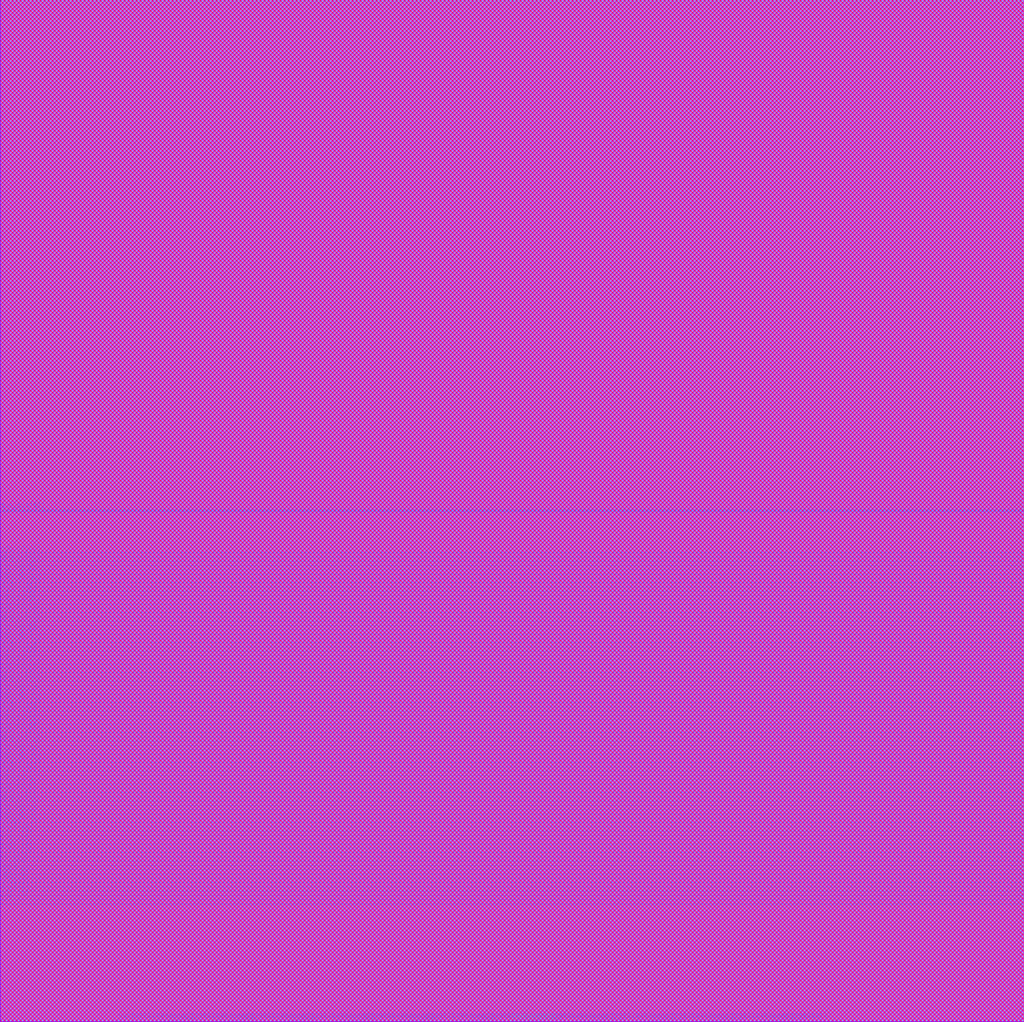
<source format=lef>
##
## LEF for PtnCells ;
## created by Innovus v15.23-s045_1 on Sat Mar 15 20:44:18 2025
##

VERSION 5.8 ;

BUSBITCHARS "[]" ;
DIVIDERCHAR "/" ;

MACRO core
  CLASS BLOCK ;
  SIZE 477.8000 BY 477.2000 ;
  FOREIGN core 0.0000 0.0000 ;
  ORIGIN 0 0 ;
  SYMMETRY X Y R90 ;
  PIN clk
    DIRECTION INPUT ;
    USE SIGNAL ;
    PORT
      LAYER M3 ;
        RECT 0.0000 54.9500 0.6000 55.0500 ;
    END
  END clk
  PIN sum_out[23]
    DIRECTION OUTPUT ;
    USE SIGNAL ;
    PORT
      LAYER M2 ;
        RECT 238.8500 476.6800 238.9500 477.2000 ;
    END
  END sum_out[23]
  PIN sum_out[22]
    DIRECTION OUTPUT ;
    USE SIGNAL ;
    PORT
      LAYER M4 ;
        RECT 238.8500 476.6800 238.9500 477.2000 ;
    END
  END sum_out[22]
  PIN sum_out[21]
    DIRECTION OUTPUT ;
    USE SIGNAL ;
    PORT
      LAYER M4 ;
        RECT 238.8500 0.0000 238.9500 0.5200 ;
    END
  END sum_out[21]
  PIN sum_out[20]
    DIRECTION OUTPUT ;
    USE SIGNAL ;
    PORT
      LAYER M2 ;
        RECT 238.6500 0.0000 238.7500 0.5200 ;
    END
  END sum_out[20]
  PIN sum_out[19]
    DIRECTION OUTPUT ;
    USE SIGNAL ;
    PORT
      LAYER M3 ;
        RECT 0.0000 238.5500 0.5200 238.6500 ;
    END
  END sum_out[19]
  PIN sum_out[18]
    DIRECTION OUTPUT ;
    USE SIGNAL ;
    PORT
      LAYER M3 ;
        RECT 477.2800 238.5500 477.8000 238.6500 ;
    END
  END sum_out[18]
  PIN sum_out[17]
    DIRECTION OUTPUT ;
    USE SIGNAL ;
    PORT
      LAYER M2 ;
        RECT 238.4500 476.6800 238.5500 477.2000 ;
    END
  END sum_out[17]
  PIN sum_out[16]
    DIRECTION OUTPUT ;
    USE SIGNAL ;
    PORT
      LAYER M2 ;
        RECT 239.2500 476.6800 239.3500 477.2000 ;
    END
  END sum_out[16]
  PIN sum_out[15]
    DIRECTION OUTPUT ;
    USE SIGNAL ;
    PORT
      LAYER M4 ;
        RECT 238.4500 476.6800 238.5500 477.2000 ;
    END
  END sum_out[15]
  PIN sum_out[14]
    DIRECTION OUTPUT ;
    USE SIGNAL ;
    PORT
      LAYER M4 ;
        RECT 239.2500 476.6800 239.3500 477.2000 ;
    END
  END sum_out[14]
  PIN sum_out[13]
    DIRECTION OUTPUT ;
    USE SIGNAL ;
    PORT
      LAYER M4 ;
        RECT 238.4500 0.0000 238.5500 0.5200 ;
    END
  END sum_out[13]
  PIN sum_out[12]
    DIRECTION OUTPUT ;
    USE SIGNAL ;
    PORT
      LAYER M4 ;
        RECT 239.2500 0.0000 239.3500 0.5200 ;
    END
  END sum_out[12]
  PIN sum_out[11]
    DIRECTION OUTPUT ;
    USE SIGNAL ;
    PORT
      LAYER M2 ;
        RECT 238.2500 0.0000 238.3500 0.5200 ;
    END
  END sum_out[11]
  PIN sum_out[10]
    DIRECTION OUTPUT ;
    USE SIGNAL ;
    PORT
      LAYER M2 ;
        RECT 239.4500 0.0000 239.5500 0.5200 ;
    END
  END sum_out[10]
  PIN sum_out[9]
    DIRECTION OUTPUT ;
    USE SIGNAL ;
    PORT
      LAYER M3 ;
        RECT 0.0000 238.1500 0.5200 238.2500 ;
    END
  END sum_out[9]
  PIN sum_out[8]
    DIRECTION OUTPUT ;
    USE SIGNAL ;
    PORT
      LAYER M3 ;
        RECT 0.0000 238.9500 0.5200 239.0500 ;
    END
  END sum_out[8]
  PIN sum_out[7]
    DIRECTION OUTPUT ;
    USE SIGNAL ;
    PORT
      LAYER M3 ;
        RECT 477.2800 238.1500 477.8000 238.2500 ;
    END
  END sum_out[7]
  PIN sum_out[6]
    DIRECTION OUTPUT ;
    USE SIGNAL ;
    PORT
      LAYER M3 ;
        RECT 477.2800 238.9500 477.8000 239.0500 ;
    END
  END sum_out[6]
  PIN sum_out[5]
    DIRECTION OUTPUT ;
    USE SIGNAL ;
    PORT
      LAYER M2 ;
        RECT 238.0500 476.6800 238.1500 477.2000 ;
    END
  END sum_out[5]
  PIN sum_out[4]
    DIRECTION OUTPUT ;
    USE SIGNAL ;
    PORT
      LAYER M2 ;
        RECT 239.6500 476.6800 239.7500 477.2000 ;
    END
  END sum_out[4]
  PIN sum_out[3]
    DIRECTION OUTPUT ;
    USE SIGNAL ;
    PORT
      LAYER M4 ;
        RECT 238.0500 476.6800 238.1500 477.2000 ;
    END
  END sum_out[3]
  PIN sum_out[2]
    DIRECTION OUTPUT ;
    USE SIGNAL ;
    PORT
      LAYER M4 ;
        RECT 239.6500 476.6800 239.7500 477.2000 ;
    END
  END sum_out[2]
  PIN sum_out[1]
    DIRECTION OUTPUT ;
    USE SIGNAL ;
    PORT
      LAYER M4 ;
        RECT 238.0500 0.0000 238.1500 0.5200 ;
    END
  END sum_out[1]
  PIN sum_out[0]
    DIRECTION OUTPUT ;
    USE SIGNAL ;
    PORT
      LAYER M4 ;
        RECT 239.6500 0.0000 239.7500 0.5200 ;
    END
  END sum_out[0]
  PIN mem_in[63]
    DIRECTION INPUT ;
    USE SIGNAL ;
    PORT
      LAYER M3 ;
        RECT 0.0000 218.9500 0.6000 219.0500 ;
    END
  END mem_in[63]
  PIN mem_in[62]
    DIRECTION INPUT ;
    USE SIGNAL ;
    PORT
      LAYER M3 ;
        RECT 0.0000 216.9500 0.6000 217.0500 ;
    END
  END mem_in[62]
  PIN mem_in[61]
    DIRECTION INPUT ;
    USE SIGNAL ;
    PORT
      LAYER M3 ;
        RECT 0.0000 214.9500 0.6000 215.0500 ;
    END
  END mem_in[61]
  PIN mem_in[60]
    DIRECTION INPUT ;
    USE SIGNAL ;
    PORT
      LAYER M3 ;
        RECT 0.0000 212.9500 0.6000 213.0500 ;
    END
  END mem_in[60]
  PIN mem_in[59]
    DIRECTION INPUT ;
    USE SIGNAL ;
    PORT
      LAYER M3 ;
        RECT 0.0000 210.9500 0.6000 211.0500 ;
    END
  END mem_in[59]
  PIN mem_in[58]
    DIRECTION INPUT ;
    USE SIGNAL ;
    PORT
      LAYER M3 ;
        RECT 0.0000 208.9500 0.6000 209.0500 ;
    END
  END mem_in[58]
  PIN mem_in[57]
    DIRECTION INPUT ;
    USE SIGNAL ;
    PORT
      LAYER M3 ;
        RECT 0.0000 206.9500 0.6000 207.0500 ;
    END
  END mem_in[57]
  PIN mem_in[56]
    DIRECTION INPUT ;
    USE SIGNAL ;
    PORT
      LAYER M3 ;
        RECT 0.0000 204.9500 0.6000 205.0500 ;
    END
  END mem_in[56]
  PIN mem_in[55]
    DIRECTION INPUT ;
    USE SIGNAL ;
    PORT
      LAYER M3 ;
        RECT 0.0000 202.9500 0.6000 203.0500 ;
    END
  END mem_in[55]
  PIN mem_in[54]
    DIRECTION INPUT ;
    USE SIGNAL ;
    PORT
      LAYER M3 ;
        RECT 0.0000 200.9500 0.6000 201.0500 ;
    END
  END mem_in[54]
  PIN mem_in[53]
    DIRECTION INPUT ;
    USE SIGNAL ;
    PORT
      LAYER M3 ;
        RECT 0.0000 198.9500 0.6000 199.0500 ;
    END
  END mem_in[53]
  PIN mem_in[52]
    DIRECTION INPUT ;
    USE SIGNAL ;
    PORT
      LAYER M3 ;
        RECT 0.0000 196.9500 0.6000 197.0500 ;
    END
  END mem_in[52]
  PIN mem_in[51]
    DIRECTION INPUT ;
    USE SIGNAL ;
    PORT
      LAYER M3 ;
        RECT 0.0000 194.9500 0.6000 195.0500 ;
    END
  END mem_in[51]
  PIN mem_in[50]
    DIRECTION INPUT ;
    USE SIGNAL ;
    PORT
      LAYER M3 ;
        RECT 0.0000 192.9500 0.6000 193.0500 ;
    END
  END mem_in[50]
  PIN mem_in[49]
    DIRECTION INPUT ;
    USE SIGNAL ;
    PORT
      LAYER M3 ;
        RECT 0.0000 190.9500 0.6000 191.0500 ;
    END
  END mem_in[49]
  PIN mem_in[48]
    DIRECTION INPUT ;
    USE SIGNAL ;
    PORT
      LAYER M3 ;
        RECT 0.0000 188.9500 0.6000 189.0500 ;
    END
  END mem_in[48]
  PIN mem_in[47]
    DIRECTION INPUT ;
    USE SIGNAL ;
    PORT
      LAYER M3 ;
        RECT 0.0000 186.9500 0.6000 187.0500 ;
    END
  END mem_in[47]
  PIN mem_in[46]
    DIRECTION INPUT ;
    USE SIGNAL ;
    PORT
      LAYER M3 ;
        RECT 0.0000 184.9500 0.6000 185.0500 ;
    END
  END mem_in[46]
  PIN mem_in[45]
    DIRECTION INPUT ;
    USE SIGNAL ;
    PORT
      LAYER M3 ;
        RECT 0.0000 182.9500 0.6000 183.0500 ;
    END
  END mem_in[45]
  PIN mem_in[44]
    DIRECTION INPUT ;
    USE SIGNAL ;
    PORT
      LAYER M3 ;
        RECT 0.0000 180.9500 0.6000 181.0500 ;
    END
  END mem_in[44]
  PIN mem_in[43]
    DIRECTION INPUT ;
    USE SIGNAL ;
    PORT
      LAYER M3 ;
        RECT 0.0000 178.9500 0.6000 179.0500 ;
    END
  END mem_in[43]
  PIN mem_in[42]
    DIRECTION INPUT ;
    USE SIGNAL ;
    PORT
      LAYER M3 ;
        RECT 0.0000 176.9500 0.6000 177.0500 ;
    END
  END mem_in[42]
  PIN mem_in[41]
    DIRECTION INPUT ;
    USE SIGNAL ;
    PORT
      LAYER M3 ;
        RECT 0.0000 174.9500 0.6000 175.0500 ;
    END
  END mem_in[41]
  PIN mem_in[40]
    DIRECTION INPUT ;
    USE SIGNAL ;
    PORT
      LAYER M3 ;
        RECT 0.0000 172.9500 0.6000 173.0500 ;
    END
  END mem_in[40]
  PIN mem_in[39]
    DIRECTION INPUT ;
    USE SIGNAL ;
    PORT
      LAYER M3 ;
        RECT 0.0000 170.9500 0.6000 171.0500 ;
    END
  END mem_in[39]
  PIN mem_in[38]
    DIRECTION INPUT ;
    USE SIGNAL ;
    PORT
      LAYER M3 ;
        RECT 0.0000 168.9500 0.6000 169.0500 ;
    END
  END mem_in[38]
  PIN mem_in[37]
    DIRECTION INPUT ;
    USE SIGNAL ;
    PORT
      LAYER M3 ;
        RECT 0.0000 166.9500 0.6000 167.0500 ;
    END
  END mem_in[37]
  PIN mem_in[36]
    DIRECTION INPUT ;
    USE SIGNAL ;
    PORT
      LAYER M3 ;
        RECT 0.0000 164.9500 0.6000 165.0500 ;
    END
  END mem_in[36]
  PIN mem_in[35]
    DIRECTION INPUT ;
    USE SIGNAL ;
    PORT
      LAYER M3 ;
        RECT 0.0000 162.9500 0.6000 163.0500 ;
    END
  END mem_in[35]
  PIN mem_in[34]
    DIRECTION INPUT ;
    USE SIGNAL ;
    PORT
      LAYER M3 ;
        RECT 0.0000 160.9500 0.6000 161.0500 ;
    END
  END mem_in[34]
  PIN mem_in[33]
    DIRECTION INPUT ;
    USE SIGNAL ;
    PORT
      LAYER M3 ;
        RECT 0.0000 158.9500 0.6000 159.0500 ;
    END
  END mem_in[33]
  PIN mem_in[32]
    DIRECTION INPUT ;
    USE SIGNAL ;
    PORT
      LAYER M3 ;
        RECT 0.0000 156.9500 0.6000 157.0500 ;
    END
  END mem_in[32]
  PIN mem_in[31]
    DIRECTION INPUT ;
    USE SIGNAL ;
    PORT
      LAYER M3 ;
        RECT 0.0000 154.9500 0.6000 155.0500 ;
    END
  END mem_in[31]
  PIN mem_in[30]
    DIRECTION INPUT ;
    USE SIGNAL ;
    PORT
      LAYER M3 ;
        RECT 0.0000 152.9500 0.6000 153.0500 ;
    END
  END mem_in[30]
  PIN mem_in[29]
    DIRECTION INPUT ;
    USE SIGNAL ;
    PORT
      LAYER M3 ;
        RECT 0.0000 150.9500 0.6000 151.0500 ;
    END
  END mem_in[29]
  PIN mem_in[28]
    DIRECTION INPUT ;
    USE SIGNAL ;
    PORT
      LAYER M3 ;
        RECT 0.0000 148.9500 0.6000 149.0500 ;
    END
  END mem_in[28]
  PIN mem_in[27]
    DIRECTION INPUT ;
    USE SIGNAL ;
    PORT
      LAYER M3 ;
        RECT 0.0000 146.9500 0.6000 147.0500 ;
    END
  END mem_in[27]
  PIN mem_in[26]
    DIRECTION INPUT ;
    USE SIGNAL ;
    PORT
      LAYER M3 ;
        RECT 0.0000 144.9500 0.6000 145.0500 ;
    END
  END mem_in[26]
  PIN mem_in[25]
    DIRECTION INPUT ;
    USE SIGNAL ;
    PORT
      LAYER M3 ;
        RECT 0.0000 142.9500 0.6000 143.0500 ;
    END
  END mem_in[25]
  PIN mem_in[24]
    DIRECTION INPUT ;
    USE SIGNAL ;
    PORT
      LAYER M3 ;
        RECT 0.0000 140.9500 0.6000 141.0500 ;
    END
  END mem_in[24]
  PIN mem_in[23]
    DIRECTION INPUT ;
    USE SIGNAL ;
    PORT
      LAYER M3 ;
        RECT 0.0000 138.9500 0.6000 139.0500 ;
    END
  END mem_in[23]
  PIN mem_in[22]
    DIRECTION INPUT ;
    USE SIGNAL ;
    PORT
      LAYER M3 ;
        RECT 0.0000 136.9500 0.6000 137.0500 ;
    END
  END mem_in[22]
  PIN mem_in[21]
    DIRECTION INPUT ;
    USE SIGNAL ;
    PORT
      LAYER M3 ;
        RECT 0.0000 134.9500 0.6000 135.0500 ;
    END
  END mem_in[21]
  PIN mem_in[20]
    DIRECTION INPUT ;
    USE SIGNAL ;
    PORT
      LAYER M3 ;
        RECT 0.0000 132.9500 0.6000 133.0500 ;
    END
  END mem_in[20]
  PIN mem_in[19]
    DIRECTION INPUT ;
    USE SIGNAL ;
    PORT
      LAYER M3 ;
        RECT 0.0000 130.9500 0.6000 131.0500 ;
    END
  END mem_in[19]
  PIN mem_in[18]
    DIRECTION INPUT ;
    USE SIGNAL ;
    PORT
      LAYER M3 ;
        RECT 0.0000 128.9500 0.6000 129.0500 ;
    END
  END mem_in[18]
  PIN mem_in[17]
    DIRECTION INPUT ;
    USE SIGNAL ;
    PORT
      LAYER M3 ;
        RECT 0.0000 126.9500 0.6000 127.0500 ;
    END
  END mem_in[17]
  PIN mem_in[16]
    DIRECTION INPUT ;
    USE SIGNAL ;
    PORT
      LAYER M3 ;
        RECT 0.0000 124.9500 0.6000 125.0500 ;
    END
  END mem_in[16]
  PIN mem_in[15]
    DIRECTION INPUT ;
    USE SIGNAL ;
    PORT
      LAYER M3 ;
        RECT 0.0000 122.9500 0.6000 123.0500 ;
    END
  END mem_in[15]
  PIN mem_in[14]
    DIRECTION INPUT ;
    USE SIGNAL ;
    PORT
      LAYER M3 ;
        RECT 0.0000 120.9500 0.6000 121.0500 ;
    END
  END mem_in[14]
  PIN mem_in[13]
    DIRECTION INPUT ;
    USE SIGNAL ;
    PORT
      LAYER M3 ;
        RECT 0.0000 118.9500 0.6000 119.0500 ;
    END
  END mem_in[13]
  PIN mem_in[12]
    DIRECTION INPUT ;
    USE SIGNAL ;
    PORT
      LAYER M3 ;
        RECT 0.0000 116.9500 0.6000 117.0500 ;
    END
  END mem_in[12]
  PIN mem_in[11]
    DIRECTION INPUT ;
    USE SIGNAL ;
    PORT
      LAYER M3 ;
        RECT 0.0000 114.9500 0.6000 115.0500 ;
    END
  END mem_in[11]
  PIN mem_in[10]
    DIRECTION INPUT ;
    USE SIGNAL ;
    PORT
      LAYER M3 ;
        RECT 0.0000 112.9500 0.6000 113.0500 ;
    END
  END mem_in[10]
  PIN mem_in[9]
    DIRECTION INPUT ;
    USE SIGNAL ;
    PORT
      LAYER M3 ;
        RECT 0.0000 110.9500 0.6000 111.0500 ;
    END
  END mem_in[9]
  PIN mem_in[8]
    DIRECTION INPUT ;
    USE SIGNAL ;
    PORT
      LAYER M3 ;
        RECT 0.0000 108.9500 0.6000 109.0500 ;
    END
  END mem_in[8]
  PIN mem_in[7]
    DIRECTION INPUT ;
    USE SIGNAL ;
    PORT
      LAYER M3 ;
        RECT 0.0000 106.9500 0.6000 107.0500 ;
    END
  END mem_in[7]
  PIN mem_in[6]
    DIRECTION INPUT ;
    USE SIGNAL ;
    PORT
      LAYER M3 ;
        RECT 0.0000 104.9500 0.6000 105.0500 ;
    END
  END mem_in[6]
  PIN mem_in[5]
    DIRECTION INPUT ;
    USE SIGNAL ;
    PORT
      LAYER M3 ;
        RECT 0.0000 102.9500 0.6000 103.0500 ;
    END
  END mem_in[5]
  PIN mem_in[4]
    DIRECTION INPUT ;
    USE SIGNAL ;
    PORT
      LAYER M3 ;
        RECT 0.0000 100.9500 0.6000 101.0500 ;
    END
  END mem_in[4]
  PIN mem_in[3]
    DIRECTION INPUT ;
    USE SIGNAL ;
    PORT
      LAYER M3 ;
        RECT 0.0000 98.9500 0.6000 99.0500 ;
    END
  END mem_in[3]
  PIN mem_in[2]
    DIRECTION INPUT ;
    USE SIGNAL ;
    PORT
      LAYER M3 ;
        RECT 0.0000 96.9500 0.6000 97.0500 ;
    END
  END mem_in[2]
  PIN mem_in[1]
    DIRECTION INPUT ;
    USE SIGNAL ;
    PORT
      LAYER M3 ;
        RECT 0.0000 94.9500 0.6000 95.0500 ;
    END
  END mem_in[1]
  PIN mem_in[0]
    DIRECTION INPUT ;
    USE SIGNAL ;
    PORT
      LAYER M3 ;
        RECT 0.0000 92.9500 0.6000 93.0500 ;
    END
  END mem_in[0]
  PIN out[159]
    DIRECTION OUTPUT ;
    USE SIGNAL ;
    PORT
      LAYER M2 ;
        RECT 373.0500 0.0000 373.1500 0.6000 ;
    END
  END out[159]
  PIN out[158]
    DIRECTION OUTPUT ;
    USE SIGNAL ;
    PORT
      LAYER M2 ;
        RECT 371.0500 0.0000 371.1500 0.6000 ;
    END
  END out[158]
  PIN out[157]
    DIRECTION OUTPUT ;
    USE SIGNAL ;
    PORT
      LAYER M2 ;
        RECT 369.0500 0.0000 369.1500 0.6000 ;
    END
  END out[157]
  PIN out[156]
    DIRECTION OUTPUT ;
    USE SIGNAL ;
    PORT
      LAYER M2 ;
        RECT 367.0500 0.0000 367.1500 0.6000 ;
    END
  END out[156]
  PIN out[155]
    DIRECTION OUTPUT ;
    USE SIGNAL ;
    PORT
      LAYER M2 ;
        RECT 365.0500 0.0000 365.1500 0.6000 ;
    END
  END out[155]
  PIN out[154]
    DIRECTION OUTPUT ;
    USE SIGNAL ;
    PORT
      LAYER M2 ;
        RECT 363.0500 0.0000 363.1500 0.6000 ;
    END
  END out[154]
  PIN out[153]
    DIRECTION OUTPUT ;
    USE SIGNAL ;
    PORT
      LAYER M2 ;
        RECT 361.0500 0.0000 361.1500 0.6000 ;
    END
  END out[153]
  PIN out[152]
    DIRECTION OUTPUT ;
    USE SIGNAL ;
    PORT
      LAYER M2 ;
        RECT 359.0500 0.0000 359.1500 0.6000 ;
    END
  END out[152]
  PIN out[151]
    DIRECTION OUTPUT ;
    USE SIGNAL ;
    PORT
      LAYER M2 ;
        RECT 357.0500 0.0000 357.1500 0.6000 ;
    END
  END out[151]
  PIN out[150]
    DIRECTION OUTPUT ;
    USE SIGNAL ;
    PORT
      LAYER M2 ;
        RECT 355.0500 0.0000 355.1500 0.6000 ;
    END
  END out[150]
  PIN out[149]
    DIRECTION OUTPUT ;
    USE SIGNAL ;
    PORT
      LAYER M2 ;
        RECT 353.0500 0.0000 353.1500 0.6000 ;
    END
  END out[149]
  PIN out[148]
    DIRECTION OUTPUT ;
    USE SIGNAL ;
    PORT
      LAYER M2 ;
        RECT 351.0500 0.0000 351.1500 0.6000 ;
    END
  END out[148]
  PIN out[147]
    DIRECTION OUTPUT ;
    USE SIGNAL ;
    PORT
      LAYER M2 ;
        RECT 349.0500 0.0000 349.1500 0.6000 ;
    END
  END out[147]
  PIN out[146]
    DIRECTION OUTPUT ;
    USE SIGNAL ;
    PORT
      LAYER M2 ;
        RECT 347.0500 0.0000 347.1500 0.6000 ;
    END
  END out[146]
  PIN out[145]
    DIRECTION OUTPUT ;
    USE SIGNAL ;
    PORT
      LAYER M2 ;
        RECT 345.0500 0.0000 345.1500 0.6000 ;
    END
  END out[145]
  PIN out[144]
    DIRECTION OUTPUT ;
    USE SIGNAL ;
    PORT
      LAYER M2 ;
        RECT 343.0500 0.0000 343.1500 0.6000 ;
    END
  END out[144]
  PIN out[143]
    DIRECTION OUTPUT ;
    USE SIGNAL ;
    PORT
      LAYER M2 ;
        RECT 341.0500 0.0000 341.1500 0.6000 ;
    END
  END out[143]
  PIN out[142]
    DIRECTION OUTPUT ;
    USE SIGNAL ;
    PORT
      LAYER M2 ;
        RECT 339.0500 0.0000 339.1500 0.6000 ;
    END
  END out[142]
  PIN out[141]
    DIRECTION OUTPUT ;
    USE SIGNAL ;
    PORT
      LAYER M2 ;
        RECT 337.0500 0.0000 337.1500 0.6000 ;
    END
  END out[141]
  PIN out[140]
    DIRECTION OUTPUT ;
    USE SIGNAL ;
    PORT
      LAYER M2 ;
        RECT 335.0500 0.0000 335.1500 0.6000 ;
    END
  END out[140]
  PIN out[139]
    DIRECTION OUTPUT ;
    USE SIGNAL ;
    PORT
      LAYER M2 ;
        RECT 333.0500 0.0000 333.1500 0.6000 ;
    END
  END out[139]
  PIN out[138]
    DIRECTION OUTPUT ;
    USE SIGNAL ;
    PORT
      LAYER M2 ;
        RECT 331.0500 0.0000 331.1500 0.6000 ;
    END
  END out[138]
  PIN out[137]
    DIRECTION OUTPUT ;
    USE SIGNAL ;
    PORT
      LAYER M2 ;
        RECT 329.0500 0.0000 329.1500 0.6000 ;
    END
  END out[137]
  PIN out[136]
    DIRECTION OUTPUT ;
    USE SIGNAL ;
    PORT
      LAYER M2 ;
        RECT 327.0500 0.0000 327.1500 0.6000 ;
    END
  END out[136]
  PIN out[135]
    DIRECTION OUTPUT ;
    USE SIGNAL ;
    PORT
      LAYER M2 ;
        RECT 325.0500 0.0000 325.1500 0.6000 ;
    END
  END out[135]
  PIN out[134]
    DIRECTION OUTPUT ;
    USE SIGNAL ;
    PORT
      LAYER M2 ;
        RECT 323.0500 0.0000 323.1500 0.6000 ;
    END
  END out[134]
  PIN out[133]
    DIRECTION OUTPUT ;
    USE SIGNAL ;
    PORT
      LAYER M2 ;
        RECT 321.0500 0.0000 321.1500 0.6000 ;
    END
  END out[133]
  PIN out[132]
    DIRECTION OUTPUT ;
    USE SIGNAL ;
    PORT
      LAYER M2 ;
        RECT 319.0500 0.0000 319.1500 0.6000 ;
    END
  END out[132]
  PIN out[131]
    DIRECTION OUTPUT ;
    USE SIGNAL ;
    PORT
      LAYER M2 ;
        RECT 317.0500 0.0000 317.1500 0.6000 ;
    END
  END out[131]
  PIN out[130]
    DIRECTION OUTPUT ;
    USE SIGNAL ;
    PORT
      LAYER M2 ;
        RECT 315.0500 0.0000 315.1500 0.6000 ;
    END
  END out[130]
  PIN out[129]
    DIRECTION OUTPUT ;
    USE SIGNAL ;
    PORT
      LAYER M2 ;
        RECT 313.0500 0.0000 313.1500 0.6000 ;
    END
  END out[129]
  PIN out[128]
    DIRECTION OUTPUT ;
    USE SIGNAL ;
    PORT
      LAYER M2 ;
        RECT 311.0500 0.0000 311.1500 0.6000 ;
    END
  END out[128]
  PIN out[127]
    DIRECTION OUTPUT ;
    USE SIGNAL ;
    PORT
      LAYER M2 ;
        RECT 309.0500 0.0000 309.1500 0.6000 ;
    END
  END out[127]
  PIN out[126]
    DIRECTION OUTPUT ;
    USE SIGNAL ;
    PORT
      LAYER M2 ;
        RECT 307.0500 0.0000 307.1500 0.6000 ;
    END
  END out[126]
  PIN out[125]
    DIRECTION OUTPUT ;
    USE SIGNAL ;
    PORT
      LAYER M2 ;
        RECT 305.0500 0.0000 305.1500 0.6000 ;
    END
  END out[125]
  PIN out[124]
    DIRECTION OUTPUT ;
    USE SIGNAL ;
    PORT
      LAYER M2 ;
        RECT 303.0500 0.0000 303.1500 0.6000 ;
    END
  END out[124]
  PIN out[123]
    DIRECTION OUTPUT ;
    USE SIGNAL ;
    PORT
      LAYER M2 ;
        RECT 301.0500 0.0000 301.1500 0.6000 ;
    END
  END out[123]
  PIN out[122]
    DIRECTION OUTPUT ;
    USE SIGNAL ;
    PORT
      LAYER M2 ;
        RECT 299.0500 0.0000 299.1500 0.6000 ;
    END
  END out[122]
  PIN out[121]
    DIRECTION OUTPUT ;
    USE SIGNAL ;
    PORT
      LAYER M2 ;
        RECT 297.0500 0.0000 297.1500 0.6000 ;
    END
  END out[121]
  PIN out[120]
    DIRECTION OUTPUT ;
    USE SIGNAL ;
    PORT
      LAYER M2 ;
        RECT 295.0500 0.0000 295.1500 0.6000 ;
    END
  END out[120]
  PIN out[119]
    DIRECTION OUTPUT ;
    USE SIGNAL ;
    PORT
      LAYER M2 ;
        RECT 293.0500 0.0000 293.1500 0.6000 ;
    END
  END out[119]
  PIN out[118]
    DIRECTION OUTPUT ;
    USE SIGNAL ;
    PORT
      LAYER M2 ;
        RECT 291.0500 0.0000 291.1500 0.6000 ;
    END
  END out[118]
  PIN out[117]
    DIRECTION OUTPUT ;
    USE SIGNAL ;
    PORT
      LAYER M2 ;
        RECT 289.0500 0.0000 289.1500 0.6000 ;
    END
  END out[117]
  PIN out[116]
    DIRECTION OUTPUT ;
    USE SIGNAL ;
    PORT
      LAYER M2 ;
        RECT 287.0500 0.0000 287.1500 0.6000 ;
    END
  END out[116]
  PIN out[115]
    DIRECTION OUTPUT ;
    USE SIGNAL ;
    PORT
      LAYER M2 ;
        RECT 285.0500 0.0000 285.1500 0.6000 ;
    END
  END out[115]
  PIN out[114]
    DIRECTION OUTPUT ;
    USE SIGNAL ;
    PORT
      LAYER M2 ;
        RECT 283.0500 0.0000 283.1500 0.6000 ;
    END
  END out[114]
  PIN out[113]
    DIRECTION OUTPUT ;
    USE SIGNAL ;
    PORT
      LAYER M2 ;
        RECT 281.0500 0.0000 281.1500 0.6000 ;
    END
  END out[113]
  PIN out[112]
    DIRECTION OUTPUT ;
    USE SIGNAL ;
    PORT
      LAYER M2 ;
        RECT 279.0500 0.0000 279.1500 0.6000 ;
    END
  END out[112]
  PIN out[111]
    DIRECTION OUTPUT ;
    USE SIGNAL ;
    PORT
      LAYER M2 ;
        RECT 277.0500 0.0000 277.1500 0.6000 ;
    END
  END out[111]
  PIN out[110]
    DIRECTION OUTPUT ;
    USE SIGNAL ;
    PORT
      LAYER M2 ;
        RECT 275.0500 0.0000 275.1500 0.6000 ;
    END
  END out[110]
  PIN out[109]
    DIRECTION OUTPUT ;
    USE SIGNAL ;
    PORT
      LAYER M2 ;
        RECT 273.0500 0.0000 273.1500 0.6000 ;
    END
  END out[109]
  PIN out[108]
    DIRECTION OUTPUT ;
    USE SIGNAL ;
    PORT
      LAYER M2 ;
        RECT 271.0500 0.0000 271.1500 0.6000 ;
    END
  END out[108]
  PIN out[107]
    DIRECTION OUTPUT ;
    USE SIGNAL ;
    PORT
      LAYER M2 ;
        RECT 269.0500 0.0000 269.1500 0.6000 ;
    END
  END out[107]
  PIN out[106]
    DIRECTION OUTPUT ;
    USE SIGNAL ;
    PORT
      LAYER M2 ;
        RECT 267.0500 0.0000 267.1500 0.6000 ;
    END
  END out[106]
  PIN out[105]
    DIRECTION OUTPUT ;
    USE SIGNAL ;
    PORT
      LAYER M2 ;
        RECT 265.0500 0.0000 265.1500 0.6000 ;
    END
  END out[105]
  PIN out[104]
    DIRECTION OUTPUT ;
    USE SIGNAL ;
    PORT
      LAYER M2 ;
        RECT 263.0500 0.0000 263.1500 0.6000 ;
    END
  END out[104]
  PIN out[103]
    DIRECTION OUTPUT ;
    USE SIGNAL ;
    PORT
      LAYER M2 ;
        RECT 261.0500 0.0000 261.1500 0.6000 ;
    END
  END out[103]
  PIN out[102]
    DIRECTION OUTPUT ;
    USE SIGNAL ;
    PORT
      LAYER M2 ;
        RECT 259.0500 0.0000 259.1500 0.6000 ;
    END
  END out[102]
  PIN out[101]
    DIRECTION OUTPUT ;
    USE SIGNAL ;
    PORT
      LAYER M2 ;
        RECT 257.0500 0.0000 257.1500 0.6000 ;
    END
  END out[101]
  PIN out[100]
    DIRECTION OUTPUT ;
    USE SIGNAL ;
    PORT
      LAYER M2 ;
        RECT 255.0500 0.0000 255.1500 0.6000 ;
    END
  END out[100]
  PIN out[99]
    DIRECTION OUTPUT ;
    USE SIGNAL ;
    PORT
      LAYER M2 ;
        RECT 253.0500 0.0000 253.1500 0.6000 ;
    END
  END out[99]
  PIN out[98]
    DIRECTION OUTPUT ;
    USE SIGNAL ;
    PORT
      LAYER M2 ;
        RECT 251.0500 0.0000 251.1500 0.6000 ;
    END
  END out[98]
  PIN out[97]
    DIRECTION OUTPUT ;
    USE SIGNAL ;
    PORT
      LAYER M2 ;
        RECT 249.0500 0.0000 249.1500 0.6000 ;
    END
  END out[97]
  PIN out[96]
    DIRECTION OUTPUT ;
    USE SIGNAL ;
    PORT
      LAYER M2 ;
        RECT 247.0500 0.0000 247.1500 0.6000 ;
    END
  END out[96]
  PIN out[95]
    DIRECTION OUTPUT ;
    USE SIGNAL ;
    PORT
      LAYER M2 ;
        RECT 245.0500 0.0000 245.1500 0.6000 ;
    END
  END out[95]
  PIN out[94]
    DIRECTION OUTPUT ;
    USE SIGNAL ;
    PORT
      LAYER M2 ;
        RECT 243.0500 0.0000 243.1500 0.6000 ;
    END
  END out[94]
  PIN out[93]
    DIRECTION OUTPUT ;
    USE SIGNAL ;
    PORT
      LAYER M2 ;
        RECT 241.0500 0.0000 241.1500 0.6000 ;
    END
  END out[93]
  PIN out[92]
    DIRECTION OUTPUT ;
    USE SIGNAL ;
    PORT
      LAYER M2 ;
        RECT 239.0500 0.0000 239.1500 0.6000 ;
    END
  END out[92]
  PIN out[91]
    DIRECTION OUTPUT ;
    USE SIGNAL ;
    PORT
      LAYER M2 ;
        RECT 237.0500 0.0000 237.1500 0.6000 ;
    END
  END out[91]
  PIN out[90]
    DIRECTION OUTPUT ;
    USE SIGNAL ;
    PORT
      LAYER M2 ;
        RECT 235.0500 0.0000 235.1500 0.6000 ;
    END
  END out[90]
  PIN out[89]
    DIRECTION OUTPUT ;
    USE SIGNAL ;
    PORT
      LAYER M2 ;
        RECT 233.0500 0.0000 233.1500 0.6000 ;
    END
  END out[89]
  PIN out[88]
    DIRECTION OUTPUT ;
    USE SIGNAL ;
    PORT
      LAYER M2 ;
        RECT 231.0500 0.0000 231.1500 0.6000 ;
    END
  END out[88]
  PIN out[87]
    DIRECTION OUTPUT ;
    USE SIGNAL ;
    PORT
      LAYER M2 ;
        RECT 229.0500 0.0000 229.1500 0.6000 ;
    END
  END out[87]
  PIN out[86]
    DIRECTION OUTPUT ;
    USE SIGNAL ;
    PORT
      LAYER M2 ;
        RECT 227.0500 0.0000 227.1500 0.6000 ;
    END
  END out[86]
  PIN out[85]
    DIRECTION OUTPUT ;
    USE SIGNAL ;
    PORT
      LAYER M2 ;
        RECT 225.0500 0.0000 225.1500 0.6000 ;
    END
  END out[85]
  PIN out[84]
    DIRECTION OUTPUT ;
    USE SIGNAL ;
    PORT
      LAYER M2 ;
        RECT 223.0500 0.0000 223.1500 0.6000 ;
    END
  END out[84]
  PIN out[83]
    DIRECTION OUTPUT ;
    USE SIGNAL ;
    PORT
      LAYER M2 ;
        RECT 221.0500 0.0000 221.1500 0.6000 ;
    END
  END out[83]
  PIN out[82]
    DIRECTION OUTPUT ;
    USE SIGNAL ;
    PORT
      LAYER M2 ;
        RECT 219.0500 0.0000 219.1500 0.6000 ;
    END
  END out[82]
  PIN out[81]
    DIRECTION OUTPUT ;
    USE SIGNAL ;
    PORT
      LAYER M2 ;
        RECT 217.0500 0.0000 217.1500 0.6000 ;
    END
  END out[81]
  PIN out[80]
    DIRECTION OUTPUT ;
    USE SIGNAL ;
    PORT
      LAYER M2 ;
        RECT 215.0500 0.0000 215.1500 0.6000 ;
    END
  END out[80]
  PIN out[79]
    DIRECTION OUTPUT ;
    USE SIGNAL ;
    PORT
      LAYER M2 ;
        RECT 213.0500 0.0000 213.1500 0.6000 ;
    END
  END out[79]
  PIN out[78]
    DIRECTION OUTPUT ;
    USE SIGNAL ;
    PORT
      LAYER M2 ;
        RECT 211.0500 0.0000 211.1500 0.6000 ;
    END
  END out[78]
  PIN out[77]
    DIRECTION OUTPUT ;
    USE SIGNAL ;
    PORT
      LAYER M2 ;
        RECT 209.0500 0.0000 209.1500 0.6000 ;
    END
  END out[77]
  PIN out[76]
    DIRECTION OUTPUT ;
    USE SIGNAL ;
    PORT
      LAYER M2 ;
        RECT 207.0500 0.0000 207.1500 0.6000 ;
    END
  END out[76]
  PIN out[75]
    DIRECTION OUTPUT ;
    USE SIGNAL ;
    PORT
      LAYER M2 ;
        RECT 205.0500 0.0000 205.1500 0.6000 ;
    END
  END out[75]
  PIN out[74]
    DIRECTION OUTPUT ;
    USE SIGNAL ;
    PORT
      LAYER M2 ;
        RECT 203.0500 0.0000 203.1500 0.6000 ;
    END
  END out[74]
  PIN out[73]
    DIRECTION OUTPUT ;
    USE SIGNAL ;
    PORT
      LAYER M2 ;
        RECT 201.0500 0.0000 201.1500 0.6000 ;
    END
  END out[73]
  PIN out[72]
    DIRECTION OUTPUT ;
    USE SIGNAL ;
    PORT
      LAYER M2 ;
        RECT 199.0500 0.0000 199.1500 0.6000 ;
    END
  END out[72]
  PIN out[71]
    DIRECTION OUTPUT ;
    USE SIGNAL ;
    PORT
      LAYER M2 ;
        RECT 197.0500 0.0000 197.1500 0.6000 ;
    END
  END out[71]
  PIN out[70]
    DIRECTION OUTPUT ;
    USE SIGNAL ;
    PORT
      LAYER M2 ;
        RECT 195.0500 0.0000 195.1500 0.6000 ;
    END
  END out[70]
  PIN out[69]
    DIRECTION OUTPUT ;
    USE SIGNAL ;
    PORT
      LAYER M2 ;
        RECT 193.0500 0.0000 193.1500 0.6000 ;
    END
  END out[69]
  PIN out[68]
    DIRECTION OUTPUT ;
    USE SIGNAL ;
    PORT
      LAYER M2 ;
        RECT 191.0500 0.0000 191.1500 0.6000 ;
    END
  END out[68]
  PIN out[67]
    DIRECTION OUTPUT ;
    USE SIGNAL ;
    PORT
      LAYER M2 ;
        RECT 189.0500 0.0000 189.1500 0.6000 ;
    END
  END out[67]
  PIN out[66]
    DIRECTION OUTPUT ;
    USE SIGNAL ;
    PORT
      LAYER M2 ;
        RECT 187.0500 0.0000 187.1500 0.6000 ;
    END
  END out[66]
  PIN out[65]
    DIRECTION OUTPUT ;
    USE SIGNAL ;
    PORT
      LAYER M2 ;
        RECT 185.0500 0.0000 185.1500 0.6000 ;
    END
  END out[65]
  PIN out[64]
    DIRECTION OUTPUT ;
    USE SIGNAL ;
    PORT
      LAYER M2 ;
        RECT 183.0500 0.0000 183.1500 0.6000 ;
    END
  END out[64]
  PIN out[63]
    DIRECTION OUTPUT ;
    USE SIGNAL ;
    PORT
      LAYER M2 ;
        RECT 181.0500 0.0000 181.1500 0.6000 ;
    END
  END out[63]
  PIN out[62]
    DIRECTION OUTPUT ;
    USE SIGNAL ;
    PORT
      LAYER M2 ;
        RECT 179.0500 0.0000 179.1500 0.6000 ;
    END
  END out[62]
  PIN out[61]
    DIRECTION OUTPUT ;
    USE SIGNAL ;
    PORT
      LAYER M2 ;
        RECT 177.0500 0.0000 177.1500 0.6000 ;
    END
  END out[61]
  PIN out[60]
    DIRECTION OUTPUT ;
    USE SIGNAL ;
    PORT
      LAYER M2 ;
        RECT 175.0500 0.0000 175.1500 0.6000 ;
    END
  END out[60]
  PIN out[59]
    DIRECTION OUTPUT ;
    USE SIGNAL ;
    PORT
      LAYER M2 ;
        RECT 173.0500 0.0000 173.1500 0.6000 ;
    END
  END out[59]
  PIN out[58]
    DIRECTION OUTPUT ;
    USE SIGNAL ;
    PORT
      LAYER M2 ;
        RECT 171.0500 0.0000 171.1500 0.6000 ;
    END
  END out[58]
  PIN out[57]
    DIRECTION OUTPUT ;
    USE SIGNAL ;
    PORT
      LAYER M2 ;
        RECT 169.0500 0.0000 169.1500 0.6000 ;
    END
  END out[57]
  PIN out[56]
    DIRECTION OUTPUT ;
    USE SIGNAL ;
    PORT
      LAYER M2 ;
        RECT 167.0500 0.0000 167.1500 0.6000 ;
    END
  END out[56]
  PIN out[55]
    DIRECTION OUTPUT ;
    USE SIGNAL ;
    PORT
      LAYER M2 ;
        RECT 165.0500 0.0000 165.1500 0.6000 ;
    END
  END out[55]
  PIN out[54]
    DIRECTION OUTPUT ;
    USE SIGNAL ;
    PORT
      LAYER M2 ;
        RECT 163.0500 0.0000 163.1500 0.6000 ;
    END
  END out[54]
  PIN out[53]
    DIRECTION OUTPUT ;
    USE SIGNAL ;
    PORT
      LAYER M2 ;
        RECT 161.0500 0.0000 161.1500 0.6000 ;
    END
  END out[53]
  PIN out[52]
    DIRECTION OUTPUT ;
    USE SIGNAL ;
    PORT
      LAYER M2 ;
        RECT 159.0500 0.0000 159.1500 0.6000 ;
    END
  END out[52]
  PIN out[51]
    DIRECTION OUTPUT ;
    USE SIGNAL ;
    PORT
      LAYER M2 ;
        RECT 157.0500 0.0000 157.1500 0.6000 ;
    END
  END out[51]
  PIN out[50]
    DIRECTION OUTPUT ;
    USE SIGNAL ;
    PORT
      LAYER M2 ;
        RECT 155.0500 0.0000 155.1500 0.6000 ;
    END
  END out[50]
  PIN out[49]
    DIRECTION OUTPUT ;
    USE SIGNAL ;
    PORT
      LAYER M2 ;
        RECT 153.0500 0.0000 153.1500 0.6000 ;
    END
  END out[49]
  PIN out[48]
    DIRECTION OUTPUT ;
    USE SIGNAL ;
    PORT
      LAYER M2 ;
        RECT 151.0500 0.0000 151.1500 0.6000 ;
    END
  END out[48]
  PIN out[47]
    DIRECTION OUTPUT ;
    USE SIGNAL ;
    PORT
      LAYER M2 ;
        RECT 149.0500 0.0000 149.1500 0.6000 ;
    END
  END out[47]
  PIN out[46]
    DIRECTION OUTPUT ;
    USE SIGNAL ;
    PORT
      LAYER M2 ;
        RECT 147.0500 0.0000 147.1500 0.6000 ;
    END
  END out[46]
  PIN out[45]
    DIRECTION OUTPUT ;
    USE SIGNAL ;
    PORT
      LAYER M2 ;
        RECT 145.0500 0.0000 145.1500 0.6000 ;
    END
  END out[45]
  PIN out[44]
    DIRECTION OUTPUT ;
    USE SIGNAL ;
    PORT
      LAYER M2 ;
        RECT 143.0500 0.0000 143.1500 0.6000 ;
    END
  END out[44]
  PIN out[43]
    DIRECTION OUTPUT ;
    USE SIGNAL ;
    PORT
      LAYER M2 ;
        RECT 141.0500 0.0000 141.1500 0.6000 ;
    END
  END out[43]
  PIN out[42]
    DIRECTION OUTPUT ;
    USE SIGNAL ;
    PORT
      LAYER M2 ;
        RECT 139.0500 0.0000 139.1500 0.6000 ;
    END
  END out[42]
  PIN out[41]
    DIRECTION OUTPUT ;
    USE SIGNAL ;
    PORT
      LAYER M2 ;
        RECT 137.0500 0.0000 137.1500 0.6000 ;
    END
  END out[41]
  PIN out[40]
    DIRECTION OUTPUT ;
    USE SIGNAL ;
    PORT
      LAYER M2 ;
        RECT 135.0500 0.0000 135.1500 0.6000 ;
    END
  END out[40]
  PIN out[39]
    DIRECTION OUTPUT ;
    USE SIGNAL ;
    PORT
      LAYER M2 ;
        RECT 133.0500 0.0000 133.1500 0.6000 ;
    END
  END out[39]
  PIN out[38]
    DIRECTION OUTPUT ;
    USE SIGNAL ;
    PORT
      LAYER M2 ;
        RECT 131.0500 0.0000 131.1500 0.6000 ;
    END
  END out[38]
  PIN out[37]
    DIRECTION OUTPUT ;
    USE SIGNAL ;
    PORT
      LAYER M2 ;
        RECT 129.0500 0.0000 129.1500 0.6000 ;
    END
  END out[37]
  PIN out[36]
    DIRECTION OUTPUT ;
    USE SIGNAL ;
    PORT
      LAYER M2 ;
        RECT 127.0500 0.0000 127.1500 0.6000 ;
    END
  END out[36]
  PIN out[35]
    DIRECTION OUTPUT ;
    USE SIGNAL ;
    PORT
      LAYER M2 ;
        RECT 125.0500 0.0000 125.1500 0.6000 ;
    END
  END out[35]
  PIN out[34]
    DIRECTION OUTPUT ;
    USE SIGNAL ;
    PORT
      LAYER M2 ;
        RECT 123.0500 0.0000 123.1500 0.6000 ;
    END
  END out[34]
  PIN out[33]
    DIRECTION OUTPUT ;
    USE SIGNAL ;
    PORT
      LAYER M2 ;
        RECT 121.0500 0.0000 121.1500 0.6000 ;
    END
  END out[33]
  PIN out[32]
    DIRECTION OUTPUT ;
    USE SIGNAL ;
    PORT
      LAYER M2 ;
        RECT 119.0500 0.0000 119.1500 0.6000 ;
    END
  END out[32]
  PIN out[31]
    DIRECTION OUTPUT ;
    USE SIGNAL ;
    PORT
      LAYER M2 ;
        RECT 117.0500 0.0000 117.1500 0.6000 ;
    END
  END out[31]
  PIN out[30]
    DIRECTION OUTPUT ;
    USE SIGNAL ;
    PORT
      LAYER M2 ;
        RECT 115.0500 0.0000 115.1500 0.6000 ;
    END
  END out[30]
  PIN out[29]
    DIRECTION OUTPUT ;
    USE SIGNAL ;
    PORT
      LAYER M2 ;
        RECT 113.0500 0.0000 113.1500 0.6000 ;
    END
  END out[29]
  PIN out[28]
    DIRECTION OUTPUT ;
    USE SIGNAL ;
    PORT
      LAYER M2 ;
        RECT 111.0500 0.0000 111.1500 0.6000 ;
    END
  END out[28]
  PIN out[27]
    DIRECTION OUTPUT ;
    USE SIGNAL ;
    PORT
      LAYER M2 ;
        RECT 109.0500 0.0000 109.1500 0.6000 ;
    END
  END out[27]
  PIN out[26]
    DIRECTION OUTPUT ;
    USE SIGNAL ;
    PORT
      LAYER M2 ;
        RECT 107.0500 0.0000 107.1500 0.6000 ;
    END
  END out[26]
  PIN out[25]
    DIRECTION OUTPUT ;
    USE SIGNAL ;
    PORT
      LAYER M2 ;
        RECT 105.0500 0.0000 105.1500 0.6000 ;
    END
  END out[25]
  PIN out[24]
    DIRECTION OUTPUT ;
    USE SIGNAL ;
    PORT
      LAYER M2 ;
        RECT 103.0500 0.0000 103.1500 0.6000 ;
    END
  END out[24]
  PIN out[23]
    DIRECTION OUTPUT ;
    USE SIGNAL ;
    PORT
      LAYER M2 ;
        RECT 101.0500 0.0000 101.1500 0.6000 ;
    END
  END out[23]
  PIN out[22]
    DIRECTION OUTPUT ;
    USE SIGNAL ;
    PORT
      LAYER M2 ;
        RECT 99.0500 0.0000 99.1500 0.6000 ;
    END
  END out[22]
  PIN out[21]
    DIRECTION OUTPUT ;
    USE SIGNAL ;
    PORT
      LAYER M2 ;
        RECT 97.0500 0.0000 97.1500 0.6000 ;
    END
  END out[21]
  PIN out[20]
    DIRECTION OUTPUT ;
    USE SIGNAL ;
    PORT
      LAYER M2 ;
        RECT 95.0500 0.0000 95.1500 0.6000 ;
    END
  END out[20]
  PIN out[19]
    DIRECTION OUTPUT ;
    USE SIGNAL ;
    PORT
      LAYER M2 ;
        RECT 93.0500 0.0000 93.1500 0.6000 ;
    END
  END out[19]
  PIN out[18]
    DIRECTION OUTPUT ;
    USE SIGNAL ;
    PORT
      LAYER M2 ;
        RECT 91.0500 0.0000 91.1500 0.6000 ;
    END
  END out[18]
  PIN out[17]
    DIRECTION OUTPUT ;
    USE SIGNAL ;
    PORT
      LAYER M2 ;
        RECT 89.0500 0.0000 89.1500 0.6000 ;
    END
  END out[17]
  PIN out[16]
    DIRECTION OUTPUT ;
    USE SIGNAL ;
    PORT
      LAYER M2 ;
        RECT 87.0500 0.0000 87.1500 0.6000 ;
    END
  END out[16]
  PIN out[15]
    DIRECTION OUTPUT ;
    USE SIGNAL ;
    PORT
      LAYER M2 ;
        RECT 85.0500 0.0000 85.1500 0.6000 ;
    END
  END out[15]
  PIN out[14]
    DIRECTION OUTPUT ;
    USE SIGNAL ;
    PORT
      LAYER M2 ;
        RECT 83.0500 0.0000 83.1500 0.6000 ;
    END
  END out[14]
  PIN out[13]
    DIRECTION OUTPUT ;
    USE SIGNAL ;
    PORT
      LAYER M2 ;
        RECT 81.0500 0.0000 81.1500 0.6000 ;
    END
  END out[13]
  PIN out[12]
    DIRECTION OUTPUT ;
    USE SIGNAL ;
    PORT
      LAYER M2 ;
        RECT 79.0500 0.0000 79.1500 0.6000 ;
    END
  END out[12]
  PIN out[11]
    DIRECTION OUTPUT ;
    USE SIGNAL ;
    PORT
      LAYER M2 ;
        RECT 77.0500 0.0000 77.1500 0.6000 ;
    END
  END out[11]
  PIN out[10]
    DIRECTION OUTPUT ;
    USE SIGNAL ;
    PORT
      LAYER M2 ;
        RECT 75.0500 0.0000 75.1500 0.6000 ;
    END
  END out[10]
  PIN out[9]
    DIRECTION OUTPUT ;
    USE SIGNAL ;
    PORT
      LAYER M2 ;
        RECT 73.0500 0.0000 73.1500 0.6000 ;
    END
  END out[9]
  PIN out[8]
    DIRECTION OUTPUT ;
    USE SIGNAL ;
    PORT
      LAYER M2 ;
        RECT 71.0500 0.0000 71.1500 0.6000 ;
    END
  END out[8]
  PIN out[7]
    DIRECTION OUTPUT ;
    USE SIGNAL ;
    PORT
      LAYER M2 ;
        RECT 69.0500 0.0000 69.1500 0.6000 ;
    END
  END out[7]
  PIN out[6]
    DIRECTION OUTPUT ;
    USE SIGNAL ;
    PORT
      LAYER M2 ;
        RECT 67.0500 0.0000 67.1500 0.6000 ;
    END
  END out[6]
  PIN out[5]
    DIRECTION OUTPUT ;
    USE SIGNAL ;
    PORT
      LAYER M2 ;
        RECT 65.0500 0.0000 65.1500 0.6000 ;
    END
  END out[5]
  PIN out[4]
    DIRECTION OUTPUT ;
    USE SIGNAL ;
    PORT
      LAYER M2 ;
        RECT 63.0500 0.0000 63.1500 0.6000 ;
    END
  END out[4]
  PIN out[3]
    DIRECTION OUTPUT ;
    USE SIGNAL ;
    PORT
      LAYER M2 ;
        RECT 61.0500 0.0000 61.1500 0.6000 ;
    END
  END out[3]
  PIN out[2]
    DIRECTION OUTPUT ;
    USE SIGNAL ;
    PORT
      LAYER M2 ;
        RECT 59.0500 0.0000 59.1500 0.6000 ;
    END
  END out[2]
  PIN out[1]
    DIRECTION OUTPUT ;
    USE SIGNAL ;
    PORT
      LAYER M2 ;
        RECT 57.0500 0.0000 57.1500 0.6000 ;
    END
  END out[1]
  PIN out[0]
    DIRECTION OUTPUT ;
    USE SIGNAL ;
    PORT
      LAYER M2 ;
        RECT 55.0500 0.0000 55.1500 0.6000 ;
    END
  END out[0]
  PIN inst[16]
    DIRECTION INPUT ;
    USE SIGNAL ;
    PORT
      LAYER M3 ;
        RECT 0.0000 88.9500 0.6000 89.0500 ;
    END
  END inst[16]
  PIN inst[15]
    DIRECTION INPUT ;
    USE SIGNAL ;
    PORT
      LAYER M3 ;
        RECT 0.0000 86.9500 0.6000 87.0500 ;
    END
  END inst[15]
  PIN inst[14]
    DIRECTION INPUT ;
    USE SIGNAL ;
    PORT
      LAYER M3 ;
        RECT 0.0000 84.9500 0.6000 85.0500 ;
    END
  END inst[14]
  PIN inst[13]
    DIRECTION INPUT ;
    USE SIGNAL ;
    PORT
      LAYER M3 ;
        RECT 0.0000 82.9500 0.6000 83.0500 ;
    END
  END inst[13]
  PIN inst[12]
    DIRECTION INPUT ;
    USE SIGNAL ;
    PORT
      LAYER M3 ;
        RECT 0.0000 80.9500 0.6000 81.0500 ;
    END
  END inst[12]
  PIN inst[11]
    DIRECTION INPUT ;
    USE SIGNAL ;
    PORT
      LAYER M3 ;
        RECT 0.0000 78.9500 0.6000 79.0500 ;
    END
  END inst[11]
  PIN inst[10]
    DIRECTION INPUT ;
    USE SIGNAL ;
    PORT
      LAYER M3 ;
        RECT 0.0000 76.9500 0.6000 77.0500 ;
    END
  END inst[10]
  PIN inst[9]
    DIRECTION INPUT ;
    USE SIGNAL ;
    PORT
      LAYER M3 ;
        RECT 0.0000 74.9500 0.6000 75.0500 ;
    END
  END inst[9]
  PIN inst[8]
    DIRECTION INPUT ;
    USE SIGNAL ;
    PORT
      LAYER M3 ;
        RECT 0.0000 72.9500 0.6000 73.0500 ;
    END
  END inst[8]
  PIN inst[7]
    DIRECTION INPUT ;
    USE SIGNAL ;
    PORT
      LAYER M3 ;
        RECT 0.0000 70.9500 0.6000 71.0500 ;
    END
  END inst[7]
  PIN inst[6]
    DIRECTION INPUT ;
    USE SIGNAL ;
    PORT
      LAYER M3 ;
        RECT 0.0000 68.9500 0.6000 69.0500 ;
    END
  END inst[6]
  PIN inst[5]
    DIRECTION INPUT ;
    USE SIGNAL ;
    PORT
      LAYER M3 ;
        RECT 0.0000 66.9500 0.6000 67.0500 ;
    END
  END inst[5]
  PIN inst[4]
    DIRECTION INPUT ;
    USE SIGNAL ;
    PORT
      LAYER M3 ;
        RECT 0.0000 64.9500 0.6000 65.0500 ;
    END
  END inst[4]
  PIN inst[3]
    DIRECTION INPUT ;
    USE SIGNAL ;
    PORT
      LAYER M3 ;
        RECT 0.0000 62.9500 0.6000 63.0500 ;
    END
  END inst[3]
  PIN inst[2]
    DIRECTION INPUT ;
    USE SIGNAL ;
    PORT
      LAYER M3 ;
        RECT 0.0000 60.9500 0.6000 61.0500 ;
    END
  END inst[2]
  PIN inst[1]
    DIRECTION INPUT ;
    USE SIGNAL ;
    PORT
      LAYER M3 ;
        RECT 0.0000 58.9500 0.6000 59.0500 ;
    END
  END inst[1]
  PIN inst[0]
    DIRECTION INPUT ;
    USE SIGNAL ;
    PORT
      LAYER M3 ;
        RECT 0.0000 56.9500 0.6000 57.0500 ;
    END
  END inst[0]
  PIN reset
    DIRECTION INPUT ;
    USE SIGNAL ;
    PORT
      LAYER M3 ;
        RECT 0.0000 90.9500 0.6000 91.0500 ;
    END
  END reset
  OBS
    LAYER M1 ;
      RECT 0.0000 0.0000 477.8000 477.2000 ;
    LAYER M2 ;
      RECT 239.8500 476.5800 477.8000 477.2000 ;
      RECT 239.4500 476.5800 239.5500 477.2000 ;
      RECT 239.0500 476.5800 239.1500 477.2000 ;
      RECT 238.6500 476.5800 238.7500 477.2000 ;
      RECT 238.2500 476.5800 238.3500 477.2000 ;
      RECT 0.0000 476.5800 237.9500 477.2000 ;
      RECT 0.0000 0.7000 477.8000 476.5800 ;
      RECT 239.2500 0.6200 240.9500 0.7000 ;
      RECT 237.2500 0.6200 238.9500 0.7000 ;
      RECT 373.2500 0.0000 477.8000 0.7000 ;
      RECT 371.2500 0.0000 372.9500 0.7000 ;
      RECT 369.2500 0.0000 370.9500 0.7000 ;
      RECT 367.2500 0.0000 368.9500 0.7000 ;
      RECT 365.2500 0.0000 366.9500 0.7000 ;
      RECT 363.2500 0.0000 364.9500 0.7000 ;
      RECT 361.2500 0.0000 362.9500 0.7000 ;
      RECT 359.2500 0.0000 360.9500 0.7000 ;
      RECT 357.2500 0.0000 358.9500 0.7000 ;
      RECT 355.2500 0.0000 356.9500 0.7000 ;
      RECT 353.2500 0.0000 354.9500 0.7000 ;
      RECT 351.2500 0.0000 352.9500 0.7000 ;
      RECT 349.2500 0.0000 350.9500 0.7000 ;
      RECT 347.2500 0.0000 348.9500 0.7000 ;
      RECT 345.2500 0.0000 346.9500 0.7000 ;
      RECT 343.2500 0.0000 344.9500 0.7000 ;
      RECT 341.2500 0.0000 342.9500 0.7000 ;
      RECT 339.2500 0.0000 340.9500 0.7000 ;
      RECT 337.2500 0.0000 338.9500 0.7000 ;
      RECT 335.2500 0.0000 336.9500 0.7000 ;
      RECT 333.2500 0.0000 334.9500 0.7000 ;
      RECT 331.2500 0.0000 332.9500 0.7000 ;
      RECT 329.2500 0.0000 330.9500 0.7000 ;
      RECT 327.2500 0.0000 328.9500 0.7000 ;
      RECT 325.2500 0.0000 326.9500 0.7000 ;
      RECT 323.2500 0.0000 324.9500 0.7000 ;
      RECT 321.2500 0.0000 322.9500 0.7000 ;
      RECT 319.2500 0.0000 320.9500 0.7000 ;
      RECT 317.2500 0.0000 318.9500 0.7000 ;
      RECT 315.2500 0.0000 316.9500 0.7000 ;
      RECT 313.2500 0.0000 314.9500 0.7000 ;
      RECT 311.2500 0.0000 312.9500 0.7000 ;
      RECT 309.2500 0.0000 310.9500 0.7000 ;
      RECT 307.2500 0.0000 308.9500 0.7000 ;
      RECT 305.2500 0.0000 306.9500 0.7000 ;
      RECT 303.2500 0.0000 304.9500 0.7000 ;
      RECT 301.2500 0.0000 302.9500 0.7000 ;
      RECT 299.2500 0.0000 300.9500 0.7000 ;
      RECT 297.2500 0.0000 298.9500 0.7000 ;
      RECT 295.2500 0.0000 296.9500 0.7000 ;
      RECT 293.2500 0.0000 294.9500 0.7000 ;
      RECT 291.2500 0.0000 292.9500 0.7000 ;
      RECT 289.2500 0.0000 290.9500 0.7000 ;
      RECT 287.2500 0.0000 288.9500 0.7000 ;
      RECT 285.2500 0.0000 286.9500 0.7000 ;
      RECT 283.2500 0.0000 284.9500 0.7000 ;
      RECT 281.2500 0.0000 282.9500 0.7000 ;
      RECT 279.2500 0.0000 280.9500 0.7000 ;
      RECT 277.2500 0.0000 278.9500 0.7000 ;
      RECT 275.2500 0.0000 276.9500 0.7000 ;
      RECT 273.2500 0.0000 274.9500 0.7000 ;
      RECT 271.2500 0.0000 272.9500 0.7000 ;
      RECT 269.2500 0.0000 270.9500 0.7000 ;
      RECT 267.2500 0.0000 268.9500 0.7000 ;
      RECT 265.2500 0.0000 266.9500 0.7000 ;
      RECT 263.2500 0.0000 264.9500 0.7000 ;
      RECT 261.2500 0.0000 262.9500 0.7000 ;
      RECT 259.2500 0.0000 260.9500 0.7000 ;
      RECT 257.2500 0.0000 258.9500 0.7000 ;
      RECT 255.2500 0.0000 256.9500 0.7000 ;
      RECT 253.2500 0.0000 254.9500 0.7000 ;
      RECT 251.2500 0.0000 252.9500 0.7000 ;
      RECT 249.2500 0.0000 250.9500 0.7000 ;
      RECT 247.2500 0.0000 248.9500 0.7000 ;
      RECT 245.2500 0.0000 246.9500 0.7000 ;
      RECT 243.2500 0.0000 244.9500 0.7000 ;
      RECT 241.2500 0.0000 242.9500 0.7000 ;
      RECT 239.6500 0.0000 240.9500 0.6200 ;
      RECT 239.2500 0.0000 239.3500 0.6200 ;
      RECT 238.8500 0.0000 238.9500 0.6200 ;
      RECT 238.4500 0.0000 238.5500 0.6200 ;
      RECT 237.2500 0.0000 238.1500 0.6200 ;
      RECT 235.2500 0.0000 236.9500 0.7000 ;
      RECT 233.2500 0.0000 234.9500 0.7000 ;
      RECT 231.2500 0.0000 232.9500 0.7000 ;
      RECT 229.2500 0.0000 230.9500 0.7000 ;
      RECT 227.2500 0.0000 228.9500 0.7000 ;
      RECT 225.2500 0.0000 226.9500 0.7000 ;
      RECT 223.2500 0.0000 224.9500 0.7000 ;
      RECT 221.2500 0.0000 222.9500 0.7000 ;
      RECT 219.2500 0.0000 220.9500 0.7000 ;
      RECT 217.2500 0.0000 218.9500 0.7000 ;
      RECT 215.2500 0.0000 216.9500 0.7000 ;
      RECT 213.2500 0.0000 214.9500 0.7000 ;
      RECT 211.2500 0.0000 212.9500 0.7000 ;
      RECT 209.2500 0.0000 210.9500 0.7000 ;
      RECT 207.2500 0.0000 208.9500 0.7000 ;
      RECT 205.2500 0.0000 206.9500 0.7000 ;
      RECT 203.2500 0.0000 204.9500 0.7000 ;
      RECT 201.2500 0.0000 202.9500 0.7000 ;
      RECT 199.2500 0.0000 200.9500 0.7000 ;
      RECT 197.2500 0.0000 198.9500 0.7000 ;
      RECT 195.2500 0.0000 196.9500 0.7000 ;
      RECT 193.2500 0.0000 194.9500 0.7000 ;
      RECT 191.2500 0.0000 192.9500 0.7000 ;
      RECT 189.2500 0.0000 190.9500 0.7000 ;
      RECT 187.2500 0.0000 188.9500 0.7000 ;
      RECT 185.2500 0.0000 186.9500 0.7000 ;
      RECT 183.2500 0.0000 184.9500 0.7000 ;
      RECT 181.2500 0.0000 182.9500 0.7000 ;
      RECT 179.2500 0.0000 180.9500 0.7000 ;
      RECT 177.2500 0.0000 178.9500 0.7000 ;
      RECT 175.2500 0.0000 176.9500 0.7000 ;
      RECT 173.2500 0.0000 174.9500 0.7000 ;
      RECT 171.2500 0.0000 172.9500 0.7000 ;
      RECT 169.2500 0.0000 170.9500 0.7000 ;
      RECT 167.2500 0.0000 168.9500 0.7000 ;
      RECT 165.2500 0.0000 166.9500 0.7000 ;
      RECT 163.2500 0.0000 164.9500 0.7000 ;
      RECT 161.2500 0.0000 162.9500 0.7000 ;
      RECT 159.2500 0.0000 160.9500 0.7000 ;
      RECT 157.2500 0.0000 158.9500 0.7000 ;
      RECT 155.2500 0.0000 156.9500 0.7000 ;
      RECT 153.2500 0.0000 154.9500 0.7000 ;
      RECT 151.2500 0.0000 152.9500 0.7000 ;
      RECT 149.2500 0.0000 150.9500 0.7000 ;
      RECT 147.2500 0.0000 148.9500 0.7000 ;
      RECT 145.2500 0.0000 146.9500 0.7000 ;
      RECT 143.2500 0.0000 144.9500 0.7000 ;
      RECT 141.2500 0.0000 142.9500 0.7000 ;
      RECT 139.2500 0.0000 140.9500 0.7000 ;
      RECT 137.2500 0.0000 138.9500 0.7000 ;
      RECT 135.2500 0.0000 136.9500 0.7000 ;
      RECT 133.2500 0.0000 134.9500 0.7000 ;
      RECT 131.2500 0.0000 132.9500 0.7000 ;
      RECT 129.2500 0.0000 130.9500 0.7000 ;
      RECT 127.2500 0.0000 128.9500 0.7000 ;
      RECT 125.2500 0.0000 126.9500 0.7000 ;
      RECT 123.2500 0.0000 124.9500 0.7000 ;
      RECT 121.2500 0.0000 122.9500 0.7000 ;
      RECT 119.2500 0.0000 120.9500 0.7000 ;
      RECT 117.2500 0.0000 118.9500 0.7000 ;
      RECT 115.2500 0.0000 116.9500 0.7000 ;
      RECT 113.2500 0.0000 114.9500 0.7000 ;
      RECT 111.2500 0.0000 112.9500 0.7000 ;
      RECT 109.2500 0.0000 110.9500 0.7000 ;
      RECT 107.2500 0.0000 108.9500 0.7000 ;
      RECT 105.2500 0.0000 106.9500 0.7000 ;
      RECT 103.2500 0.0000 104.9500 0.7000 ;
      RECT 101.2500 0.0000 102.9500 0.7000 ;
      RECT 99.2500 0.0000 100.9500 0.7000 ;
      RECT 97.2500 0.0000 98.9500 0.7000 ;
      RECT 95.2500 0.0000 96.9500 0.7000 ;
      RECT 93.2500 0.0000 94.9500 0.7000 ;
      RECT 91.2500 0.0000 92.9500 0.7000 ;
      RECT 89.2500 0.0000 90.9500 0.7000 ;
      RECT 87.2500 0.0000 88.9500 0.7000 ;
      RECT 85.2500 0.0000 86.9500 0.7000 ;
      RECT 83.2500 0.0000 84.9500 0.7000 ;
      RECT 81.2500 0.0000 82.9500 0.7000 ;
      RECT 79.2500 0.0000 80.9500 0.7000 ;
      RECT 77.2500 0.0000 78.9500 0.7000 ;
      RECT 75.2500 0.0000 76.9500 0.7000 ;
      RECT 73.2500 0.0000 74.9500 0.7000 ;
      RECT 71.2500 0.0000 72.9500 0.7000 ;
      RECT 69.2500 0.0000 70.9500 0.7000 ;
      RECT 67.2500 0.0000 68.9500 0.7000 ;
      RECT 65.2500 0.0000 66.9500 0.7000 ;
      RECT 63.2500 0.0000 64.9500 0.7000 ;
      RECT 61.2500 0.0000 62.9500 0.7000 ;
      RECT 59.2500 0.0000 60.9500 0.7000 ;
      RECT 57.2500 0.0000 58.9500 0.7000 ;
      RECT 55.2500 0.0000 56.9500 0.7000 ;
      RECT 0.0000 0.0000 54.9500 0.7000 ;
    LAYER M3 ;
      RECT 0.0000 239.1500 477.8000 477.2000 ;
      RECT 0.6200 238.8500 477.1800 239.1500 ;
      RECT 0.0000 238.7500 477.8000 238.8500 ;
      RECT 0.6200 238.4500 477.1800 238.7500 ;
      RECT 0.0000 238.3500 477.8000 238.4500 ;
      RECT 0.6200 238.0500 477.1800 238.3500 ;
      RECT 0.0000 219.1500 477.8000 238.0500 ;
      RECT 0.7000 218.8500 477.8000 219.1500 ;
      RECT 0.0000 217.1500 477.8000 218.8500 ;
      RECT 0.7000 216.8500 477.8000 217.1500 ;
      RECT 0.0000 215.1500 477.8000 216.8500 ;
      RECT 0.7000 214.8500 477.8000 215.1500 ;
      RECT 0.0000 213.1500 477.8000 214.8500 ;
      RECT 0.7000 212.8500 477.8000 213.1500 ;
      RECT 0.0000 211.1500 477.8000 212.8500 ;
      RECT 0.7000 210.8500 477.8000 211.1500 ;
      RECT 0.0000 209.1500 477.8000 210.8500 ;
      RECT 0.7000 208.8500 477.8000 209.1500 ;
      RECT 0.0000 207.1500 477.8000 208.8500 ;
      RECT 0.7000 206.8500 477.8000 207.1500 ;
      RECT 0.0000 205.1500 477.8000 206.8500 ;
      RECT 0.7000 204.8500 477.8000 205.1500 ;
      RECT 0.0000 203.1500 477.8000 204.8500 ;
      RECT 0.7000 202.8500 477.8000 203.1500 ;
      RECT 0.0000 201.1500 477.8000 202.8500 ;
      RECT 0.7000 200.8500 477.8000 201.1500 ;
      RECT 0.0000 199.1500 477.8000 200.8500 ;
      RECT 0.7000 198.8500 477.8000 199.1500 ;
      RECT 0.0000 197.1500 477.8000 198.8500 ;
      RECT 0.7000 196.8500 477.8000 197.1500 ;
      RECT 0.0000 195.1500 477.8000 196.8500 ;
      RECT 0.7000 194.8500 477.8000 195.1500 ;
      RECT 0.0000 193.1500 477.8000 194.8500 ;
      RECT 0.7000 192.8500 477.8000 193.1500 ;
      RECT 0.0000 191.1500 477.8000 192.8500 ;
      RECT 0.7000 190.8500 477.8000 191.1500 ;
      RECT 0.0000 189.1500 477.8000 190.8500 ;
      RECT 0.7000 188.8500 477.8000 189.1500 ;
      RECT 0.0000 187.1500 477.8000 188.8500 ;
      RECT 0.7000 186.8500 477.8000 187.1500 ;
      RECT 0.0000 185.1500 477.8000 186.8500 ;
      RECT 0.7000 184.8500 477.8000 185.1500 ;
      RECT 0.0000 183.1500 477.8000 184.8500 ;
      RECT 0.7000 182.8500 477.8000 183.1500 ;
      RECT 0.0000 181.1500 477.8000 182.8500 ;
      RECT 0.7000 180.8500 477.8000 181.1500 ;
      RECT 0.0000 179.1500 477.8000 180.8500 ;
      RECT 0.7000 178.8500 477.8000 179.1500 ;
      RECT 0.0000 177.1500 477.8000 178.8500 ;
      RECT 0.7000 176.8500 477.8000 177.1500 ;
      RECT 0.0000 175.1500 477.8000 176.8500 ;
      RECT 0.7000 174.8500 477.8000 175.1500 ;
      RECT 0.0000 173.1500 477.8000 174.8500 ;
      RECT 0.7000 172.8500 477.8000 173.1500 ;
      RECT 0.0000 171.1500 477.8000 172.8500 ;
      RECT 0.7000 170.8500 477.8000 171.1500 ;
      RECT 0.0000 169.1500 477.8000 170.8500 ;
      RECT 0.7000 168.8500 477.8000 169.1500 ;
      RECT 0.0000 167.1500 477.8000 168.8500 ;
      RECT 0.7000 166.8500 477.8000 167.1500 ;
      RECT 0.0000 165.1500 477.8000 166.8500 ;
      RECT 0.7000 164.8500 477.8000 165.1500 ;
      RECT 0.0000 163.1500 477.8000 164.8500 ;
      RECT 0.7000 162.8500 477.8000 163.1500 ;
      RECT 0.0000 161.1500 477.8000 162.8500 ;
      RECT 0.7000 160.8500 477.8000 161.1500 ;
      RECT 0.0000 159.1500 477.8000 160.8500 ;
      RECT 0.7000 158.8500 477.8000 159.1500 ;
      RECT 0.0000 157.1500 477.8000 158.8500 ;
      RECT 0.7000 156.8500 477.8000 157.1500 ;
      RECT 0.0000 155.1500 477.8000 156.8500 ;
      RECT 0.7000 154.8500 477.8000 155.1500 ;
      RECT 0.0000 153.1500 477.8000 154.8500 ;
      RECT 0.7000 152.8500 477.8000 153.1500 ;
      RECT 0.0000 151.1500 477.8000 152.8500 ;
      RECT 0.7000 150.8500 477.8000 151.1500 ;
      RECT 0.0000 149.1500 477.8000 150.8500 ;
      RECT 0.7000 148.8500 477.8000 149.1500 ;
      RECT 0.0000 147.1500 477.8000 148.8500 ;
      RECT 0.7000 146.8500 477.8000 147.1500 ;
      RECT 0.0000 145.1500 477.8000 146.8500 ;
      RECT 0.7000 144.8500 477.8000 145.1500 ;
      RECT 0.0000 143.1500 477.8000 144.8500 ;
      RECT 0.7000 142.8500 477.8000 143.1500 ;
      RECT 0.0000 141.1500 477.8000 142.8500 ;
      RECT 0.7000 140.8500 477.8000 141.1500 ;
      RECT 0.0000 139.1500 477.8000 140.8500 ;
      RECT 0.7000 138.8500 477.8000 139.1500 ;
      RECT 0.0000 137.1500 477.8000 138.8500 ;
      RECT 0.7000 136.8500 477.8000 137.1500 ;
      RECT 0.0000 135.1500 477.8000 136.8500 ;
      RECT 0.7000 134.8500 477.8000 135.1500 ;
      RECT 0.0000 133.1500 477.8000 134.8500 ;
      RECT 0.7000 132.8500 477.8000 133.1500 ;
      RECT 0.0000 131.1500 477.8000 132.8500 ;
      RECT 0.7000 130.8500 477.8000 131.1500 ;
      RECT 0.0000 129.1500 477.8000 130.8500 ;
      RECT 0.7000 128.8500 477.8000 129.1500 ;
      RECT 0.0000 127.1500 477.8000 128.8500 ;
      RECT 0.7000 126.8500 477.8000 127.1500 ;
      RECT 0.0000 125.1500 477.8000 126.8500 ;
      RECT 0.7000 124.8500 477.8000 125.1500 ;
      RECT 0.0000 123.1500 477.8000 124.8500 ;
      RECT 0.7000 122.8500 477.8000 123.1500 ;
      RECT 0.0000 121.1500 477.8000 122.8500 ;
      RECT 0.7000 120.8500 477.8000 121.1500 ;
      RECT 0.0000 119.1500 477.8000 120.8500 ;
      RECT 0.7000 118.8500 477.8000 119.1500 ;
      RECT 0.0000 117.1500 477.8000 118.8500 ;
      RECT 0.7000 116.8500 477.8000 117.1500 ;
      RECT 0.0000 115.1500 477.8000 116.8500 ;
      RECT 0.7000 114.8500 477.8000 115.1500 ;
      RECT 0.0000 113.1500 477.8000 114.8500 ;
      RECT 0.7000 112.8500 477.8000 113.1500 ;
      RECT 0.0000 111.1500 477.8000 112.8500 ;
      RECT 0.7000 110.8500 477.8000 111.1500 ;
      RECT 0.0000 109.1500 477.8000 110.8500 ;
      RECT 0.7000 108.8500 477.8000 109.1500 ;
      RECT 0.0000 107.1500 477.8000 108.8500 ;
      RECT 0.7000 106.8500 477.8000 107.1500 ;
      RECT 0.0000 105.1500 477.8000 106.8500 ;
      RECT 0.7000 104.8500 477.8000 105.1500 ;
      RECT 0.0000 103.1500 477.8000 104.8500 ;
      RECT 0.7000 102.8500 477.8000 103.1500 ;
      RECT 0.0000 101.1500 477.8000 102.8500 ;
      RECT 0.7000 100.8500 477.8000 101.1500 ;
      RECT 0.0000 99.1500 477.8000 100.8500 ;
      RECT 0.7000 98.8500 477.8000 99.1500 ;
      RECT 0.0000 97.1500 477.8000 98.8500 ;
      RECT 0.7000 96.8500 477.8000 97.1500 ;
      RECT 0.0000 95.1500 477.8000 96.8500 ;
      RECT 0.7000 94.8500 477.8000 95.1500 ;
      RECT 0.0000 93.1500 477.8000 94.8500 ;
      RECT 0.7000 92.8500 477.8000 93.1500 ;
      RECT 0.0000 91.1500 477.8000 92.8500 ;
      RECT 0.7000 90.8500 477.8000 91.1500 ;
      RECT 0.0000 89.1500 477.8000 90.8500 ;
      RECT 0.7000 88.8500 477.8000 89.1500 ;
      RECT 0.0000 87.1500 477.8000 88.8500 ;
      RECT 0.7000 86.8500 477.8000 87.1500 ;
      RECT 0.0000 85.1500 477.8000 86.8500 ;
      RECT 0.7000 84.8500 477.8000 85.1500 ;
      RECT 0.0000 83.1500 477.8000 84.8500 ;
      RECT 0.7000 82.8500 477.8000 83.1500 ;
      RECT 0.0000 81.1500 477.8000 82.8500 ;
      RECT 0.7000 80.8500 477.8000 81.1500 ;
      RECT 0.0000 79.1500 477.8000 80.8500 ;
      RECT 0.7000 78.8500 477.8000 79.1500 ;
      RECT 0.0000 77.1500 477.8000 78.8500 ;
      RECT 0.7000 76.8500 477.8000 77.1500 ;
      RECT 0.0000 75.1500 477.8000 76.8500 ;
      RECT 0.7000 74.8500 477.8000 75.1500 ;
      RECT 0.0000 73.1500 477.8000 74.8500 ;
      RECT 0.7000 72.8500 477.8000 73.1500 ;
      RECT 0.0000 71.1500 477.8000 72.8500 ;
      RECT 0.7000 70.8500 477.8000 71.1500 ;
      RECT 0.0000 69.1500 477.8000 70.8500 ;
      RECT 0.7000 68.8500 477.8000 69.1500 ;
      RECT 0.0000 67.1500 477.8000 68.8500 ;
      RECT 0.7000 66.8500 477.8000 67.1500 ;
      RECT 0.0000 65.1500 477.8000 66.8500 ;
      RECT 0.7000 64.8500 477.8000 65.1500 ;
      RECT 0.0000 63.1500 477.8000 64.8500 ;
      RECT 0.7000 62.8500 477.8000 63.1500 ;
      RECT 0.0000 61.1500 477.8000 62.8500 ;
      RECT 0.7000 60.8500 477.8000 61.1500 ;
      RECT 0.0000 59.1500 477.8000 60.8500 ;
      RECT 0.7000 58.8500 477.8000 59.1500 ;
      RECT 0.0000 57.1500 477.8000 58.8500 ;
      RECT 0.7000 56.8500 477.8000 57.1500 ;
      RECT 0.0000 55.1500 477.8000 56.8500 ;
      RECT 0.7000 54.8500 477.8000 55.1500 ;
      RECT 0.0000 0.0000 477.8000 54.8500 ;
    LAYER M4 ;
      RECT 239.8500 476.5800 477.8000 477.2000 ;
      RECT 239.4500 476.5800 239.5500 477.2000 ;
      RECT 239.0500 476.5800 239.1500 477.2000 ;
      RECT 238.6500 476.5800 238.7500 477.2000 ;
      RECT 238.2500 476.5800 238.3500 477.2000 ;
      RECT 0.0000 476.5800 237.9500 477.2000 ;
      RECT 0.0000 0.6200 477.8000 476.5800 ;
      RECT 239.8500 0.0000 477.8000 0.6200 ;
      RECT 239.4500 0.0000 239.5500 0.6200 ;
      RECT 239.0500 0.0000 239.1500 0.6200 ;
      RECT 238.6500 0.0000 238.7500 0.6200 ;
      RECT 238.2500 0.0000 238.3500 0.6200 ;
      RECT 0.0000 0.0000 237.9500 0.6200 ;
    LAYER M5 ;
      RECT 0.0000 0.0000 477.8000 477.2000 ;
    LAYER M6 ;
      RECT 0.0000 0.0000 477.8000 477.2000 ;
    LAYER M7 ;
      RECT 0.0000 0.0000 477.8000 477.2000 ;
    LAYER M8 ;
      RECT 0.0000 0.0000 477.8000 477.2000 ;
  END
END core

END LIBRARY

</source>
